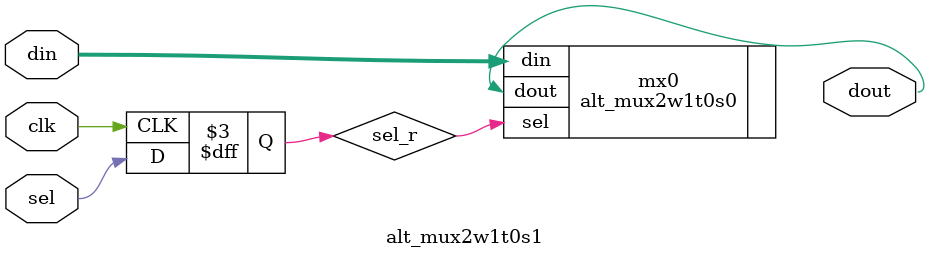
<source format=v>


`timescale 1ps/1ps


module alt_mux2w1t0s1 #(
    parameter SIM_EMULATE = 1'b0
) (
    input clk,
    input [1:0] din,
    input sel,
    output dout
);

reg [0:0] sel_r = 1'b0 /* synthesis preserve */;
always @(posedge clk) sel_r <= sel;

alt_mux2w1t0s0 mx0 (
    .din(din),
    .sel(sel_r),
    .dout(dout)
);
defparam mx0 .SIM_EMULATE = SIM_EMULATE;

endmodule


</source>
